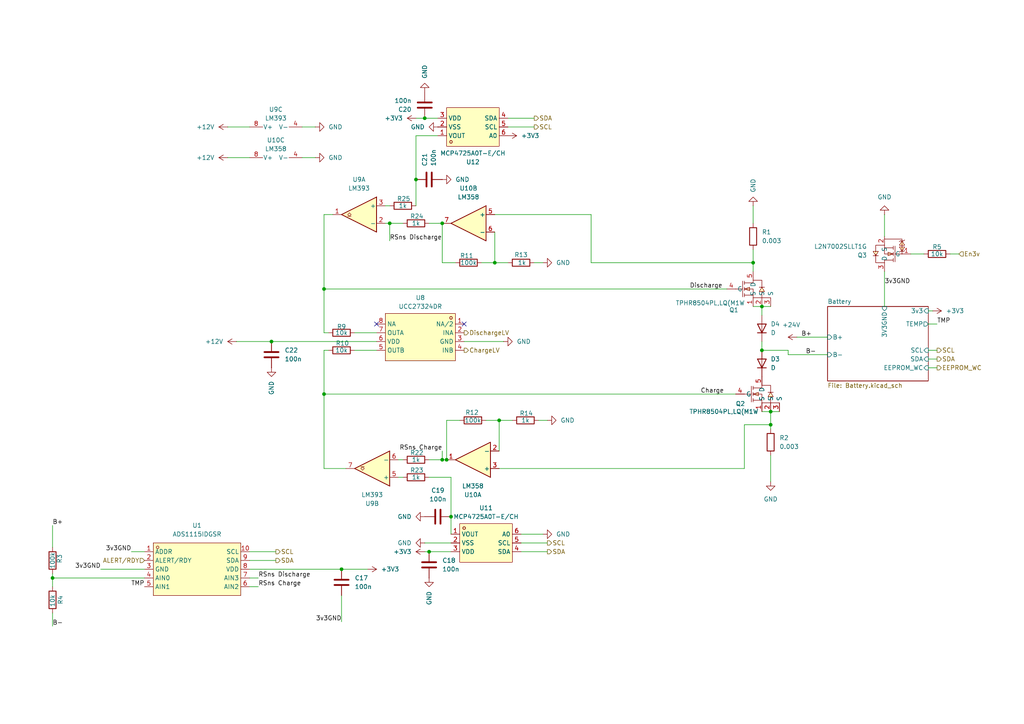
<source format=kicad_sch>
(kicad_sch (version 20250114) (generator "eeschema") (generator_version "9.0")
  (paper "A4")
  (lib_symbols
    (symbol "Amplifier_Operational:LM358" (pin_names (offset 0.127))
      (property "Reference" "U" (at 0 5.08 0))
      (property "Value" "LM358" (at 0 -5.08 0))
      (symbol "LM358_1_1"
        (polyline (pts (xy -5.08 5.08) (xy 5.08 0) (xy -5.08 -5.08) (xy -5.08 5.08)) (stroke (width 0.254)) (fill (type background)))
        (pin input line (at -7.62 2.54 0) (length 2.54) (name "+") (number "3"))
        (pin input line (at -7.62 -2.54 0) (length 2.54) (name "-") (number "2"))
        (pin output line (at 7.62 0 180) (length 2.54) (name "~") (number "1"))
      )
      (symbol "LM358_2_1"
        (polyline (pts (xy -5.08 5.08) (xy 5.08 0) (xy -5.08 -5.08) (xy -5.08 5.08)) (stroke (width 0.254)) (fill (type background)))
        (pin input line (at -7.62 2.54 0) (length 2.54) (name "+") (number "5"))
        (pin input line (at -7.62 -2.54 0) (length 2.54) (name "-") (number "6"))
        (pin output line (at 7.62 0 180) (length 2.54) (name "~") (number "7"))
      )
      (symbol "LM358_3_1"
        (pin power_in line (at -2.54 7.62 270) (length 3.81) (name "V+") (number "8"))
        (pin power_in line (at -2.54 -7.62 90) (length 3.81) (name "V-") (number "4"))
      )
    )
    (symbol "COMPONENTS:ADS1115IDGSR"
      (property "Reference" "U" (at 0 10.16 0))
      (property "Value" "ADS1115IDGSR" (at 0 -10.16 0))
      (symbol "ADS1115IDGSR_0_1"
        (rectangle (start -12.7 7.62) (end 12.7 -7.62) (fill (type background)))
        (circle (center -11.43 6.35) (radius 0.38))
        (pin unspecified line (at -15.24 5.08 0) (length 2.54) (name "ADDR") (number "1"))
        (pin unspecified line (at -15.24 2.54 0) (length 2.54) (name "ALERT/RDY") (number "2"))
        (pin unspecified line (at -15.24 0 0) (length 2.54) (name "GND") (number "3"))
        (pin unspecified line (at -15.24 -2.54 0) (length 2.54) (name "AIN0") (number "4"))
        (pin unspecified line (at -15.24 -5.08 0) (length 2.54) (name "AIN1") (number "5"))
        (pin unspecified line (at 15.24 5.08 180) (length 2.54) (name "SCL") (number "10"))
        (pin unspecified line (at 15.24 2.54 180) (length 2.54) (name "SDA") (number "9"))
        (pin unspecified line (at 15.24 0 180) (length 2.54) (name "VDD") (number "8"))
        (pin unspecified line (at 15.24 -2.54 180) (length 2.54) (name "AIN3") (number "7"))
        (pin unspecified line (at 15.24 -5.08 180) (length 2.54) (name "AIN2") (number "6"))
      )
    )
    (symbol "COMPONENTS:L2N7002SLLT1G"
      (property "Reference" "Q" (at 0 10.16 0))
      (property "Value" "L2N7002SLLT1G" (at 0 -10.16 0))
      (symbol "L2N7002SLLT1G_0_1"
        (polyline (pts (xy -5.84 -1.02) (xy -5.59 -0.76) (xy -4.57 -0.76) (xy -4.32 -0.51)))
        (polyline (pts (xy -5.08 0) (xy -3.05 0)))
        (polyline (pts (xy -5.08 0) (xy -5.08 -2.79) (xy -5.08 -3.81) (xy -5.08 -4.32) (xy 0 -4.32)))
        (polyline (pts (xy -5.08 -0.76) (xy -5.84 -2.03) (xy -4.32 -2.03) (xy -5.08 -0.76)) (fill (type background)))
        (polyline (pts (xy -5.08 -3.81) (xy -4.32 -2.54) (xy -5.84 -2.54) (xy -5.08 -3.81)) (fill (type background)))
        (polyline (pts (xy -4.32 -3.56) (xy -4.57 -3.81) (xy -5.59 -3.81) (xy -5.84 -4.06)))
        (polyline (pts (xy -3.05 2.29) (xy -3.05 -2.29)))
        (polyline (pts (xy -2.54 1.27) (xy -2.54 2.29)))
        (polyline (pts (xy -2.54 0) (xy 0 0) (xy 0 -2.54)))
        (polyline (pts (xy -2.54 0) (xy -1.02 -0.51) (xy -1.02 0.51) (xy -2.54 0)) (fill (type background)))
        (polyline (pts (xy -2.54 -0.51) (xy -2.54 0.51)))
        (polyline (pts (xy -2.54 -2.29) (xy -2.54 -1.27)))
        (polyline (pts (xy 0 1.78) (xy -2.54 1.78)))
        (polyline (pts (xy 0 1.78) (xy 0 2.54) (xy 2.54 2.54) (xy 2.54 0)))
        (polyline (pts (xy 0 -1.78) (xy -2.54 -1.78)))
        (polyline (pts (xy 0 -2.54) (xy 2.54 -2.54) (xy 2.54 -0.51)))
        (polyline (pts (xy 1.78 0.51) (xy 2.03 0.51) (xy 3.05 0.51) (xy 3.3 0.51)))
        (polyline (pts (xy 2.54 0.51) (xy 1.78 -0.76) (xy 3.3 -0.76) (xy 2.54 0.51)) (fill (type background)))
        (pin unspecified line (at -7.62 0 0) (length 2.54) (name "G") (number "1"))
        (pin unspecified line (at 0 5.08 270) (length 2.54) (name "D") (number "3"))
        (pin unspecified line (at 0 -5.08 90) (length 2.54) (name "S") (number "2"))
      )
    )
    (symbol "COMPONENTS:MCP4725A0T-E_CH"
      (property "Reference" "U" (at 0 7.62 0))
      (property "Value" "MCP4725A0T-E/CH" (at 0 -7.62 0))
      (symbol "MCP4725A0T-E_CH_0_1"
        (rectangle (start -7.62 5.59) (end 7.62 -5.59) (fill (type background)))
        (circle (center -6.35 4.32) (radius 0.38))
        (circle (center -6.35 4.32) (radius 0.38))
        (pin unspecified line (at -10.16 2.54 0) (length 2.54) (name "VOUT") (number "1"))
        (pin unspecified line (at -10.16 0 0) (length 2.54) (name "VSS") (number "2"))
        (pin unspecified line (at -10.16 -2.54 0) (length 2.54) (name "VDD") (number "3"))
        (pin unspecified line (at 10.16 2.54 180) (length 2.54) (name "A0") (number "6"))
        (pin unspecified line (at 10.16 0 180) (length 2.54) (name "SCL") (number "5"))
        (pin unspecified line (at 10.16 -2.54 180) (length 2.54) (name "SDA") (number "4"))
      )
    )
    (symbol "COMPONENTS:TPHR8504PL,LQ(M1W"
      (property "Reference" "Q" (at 0 10.16 0))
      (property "Value" "TPHR8504PL,LQ(M1W" (at 0 -10.16 0))
      (symbol "TPHR8504PL,LQ(M1W_0_1"
        (polyline (pts (xy -5.08 0) (xy -3.05 0)))
        (polyline (pts (xy -3.05 2.29) (xy -3.05 -2.29)))
        (polyline (pts (xy -2.54 2.29) (xy -2.54 1.27)))
        (polyline (pts (xy -2.54 1.78) (xy 0 1.78) (xy 0 2.54) (xy 2.54 2.54) (xy 2.54 2.54) (xy 2.54 0.51)))
        (polyline (pts (xy -2.54 0) (xy -1.02 -0.51) (xy -1.02 0.51) (xy -2.54 0)) (fill (type background)))
        (polyline (pts (xy -2.54 0) (xy 0 0) (xy 0 -2.54) (xy 5.08 -2.54) (xy 2.54 -2.54) (xy 2.54 -0.76)))
        (polyline (pts (xy -2.54 -0.51) (xy -2.54 0.51)))
        (polyline (pts (xy -2.54 -2.29) (xy -2.54 -1.27)))
        (polyline (pts (xy 0 -1.78) (xy -2.54 -1.78)))
        (polyline (pts (xy 2.54 0.51) (xy 1.78 -0.76) (xy 3.3 -0.76) (xy 2.54 0.51)) (fill (type background)))
        (polyline (pts (xy 3.3 0.51) (xy 3.05 0.51) (xy 2.03 0.51) (xy 1.78 0.51)))
        (pin unspecified line (at -7.62 0 0) (length 2.54) (name "G") (number "4"))
        (pin unspecified line (at 0 5.08 270) (length 2.54) (name "D") (number "5"))
        (pin unspecified line (at 0 -5.08 90) (length 2.54) (name "S") (number "1"))
        (pin unspecified line (at 2.54 -5.08 90) (length 2.54) (name "S") (number "2"))
        (pin unspecified line (at 5.08 -5.08 90) (length 2.54) (name "S") (number "3"))
      )
    )
    (symbol "COMPONENTS:UCC27324DR"
      (property "Reference" "U" (at 0 8.89 0))
      (property "Value" "UCC27324DR" (at 0 -8.89 0))
      (symbol "UCC27324DR_0_1"
        (rectangle (start -10.16 6.86) (end 10.16 -6.86) (fill (type background)))
        (circle (center -8.89 5.59) (radius 0.38))
        (circle (center -8.89 5.59) (radius 0.38))
        (pin unspecified line (at -12.7 3.81 0) (length 2.54) (name "NA/2") (number "1"))
        (pin unspecified line (at -12.7 1.27 0) (length 2.54) (name "INA") (number "2"))
        (pin unspecified line (at -12.7 -1.27 0) (length 2.54) (name "GND") (number "3"))
        (pin unspecified line (at -12.7 -3.81 0) (length 2.54) (name "INB") (number "4"))
        (pin unspecified line (at 12.7 3.81 180) (length 2.54) (name "NA") (number "8"))
        (pin unspecified line (at 12.7 1.27 180) (length 2.54) (name "OUTA") (number "7"))
        (pin unspecified line (at 12.7 -1.27 180) (length 2.54) (name "VDD") (number "6"))
        (pin unspecified line (at 12.7 -3.81 180) (length 2.54) (name "OUTB") (number "5"))
      )
    )
    (symbol "Comparator:LM393" (pin_names (offset 0.127))
      (property "Reference" "U" (at 3.81 3.81 0))
      (property "Value" "LM393" (at 6.35 -3.81 0))
      (symbol "LM393_1_1"
        (polyline (pts (xy -5.08 5.08) (xy 5.08 0) (xy -5.08 -5.08) (xy -5.08 5.08)) (stroke (width 0.254)) (fill (type background)))
        (polyline (pts (xy 3.302 -0.508) (xy 2.794 -0.508) (xy 3.302 0) (xy 2.794 0.508) (xy 2.286 0) (xy 2.794 -0.508) (xy 2.286 -0.508)) (stroke (width 0.127)))
        (pin input line (at -7.62 2.54 0) (length 2.54) (name "+") (number "3"))
        (pin input line (at -7.62 -2.54 0) (length 2.54) (name "-") (number "2"))
        (pin open_collector line (at 7.62 0 180) (length 2.54) (name "~") (number "1"))
      )
      (symbol "LM393_2_1"
        (polyline (pts (xy -5.08 5.08) (xy 5.08 0) (xy -5.08 -5.08) (xy -5.08 5.08)) (stroke (width 0.254)) (fill (type background)))
        (polyline (pts (xy 3.302 -0.508) (xy 2.794 -0.508) (xy 3.302 0) (xy 2.794 0.508) (xy 2.286 0) (xy 2.794 -0.508) (xy 2.286 -0.508)) (stroke (width 0.127)))
        (pin input line (at -7.62 2.54 0) (length 2.54) (name "+") (number "5"))
        (pin input line (at -7.62 -2.54 0) (length 2.54) (name "-") (number "6"))
        (pin open_collector line (at 7.62 0 180) (length 2.54) (name "~") (number "7"))
      )
      (symbol "LM393_3_1"
        (pin power_in line (at -2.54 7.62 270) (length 3.81) (name "V+") (number "8"))
        (pin power_in line (at -2.54 -7.62 90) (length 3.81) (name "V-") (number "4"))
      )
    )
    (symbol "Device:C" (pin_numbers (hide yes)) (pin_names (offset 0.254))
      (property "Reference" "C" (at 0.635 2.54 0))
      (property "Value" "C" (at 0.635 -2.54 0))
      (symbol "C_0_1"
        (polyline (pts (xy -2.032 0.762) (xy 2.032 0.762)) (stroke (width 0.508)))
        (polyline (pts (xy -2.032 -0.762) (xy 2.032 -0.762)) (stroke (width 0.508)))
      )
      (symbol "C_1_1"
        (pin passive line (at 0 3.81 270) (length 2.794) (name "~") (number "1"))
        (pin passive line (at 0 -3.81 90) (length 2.794) (name "~") (number "2"))
      )
    )
    (symbol "Device:D" (pin_numbers (hide yes)) (pin_names (offset 1.016) (hide yes))
      (property "Reference" "D" (at 0 2.54 0))
      (property "Value" "D" (at 0 -2.54 0))
      (symbol "D_0_1"
        (polyline (pts (xy -1.27 1.27) (xy -1.27 -1.27)) (stroke (width 0.254)))
        (polyline (pts (xy 1.27 1.27) (xy 1.27 -1.27) (xy -1.27 0) (xy 1.27 1.27)) (stroke (width 0.254)))
        (polyline (pts (xy 1.27 0) (xy -1.27 0)))
      )
      (symbol "D_1_1"
        (pin passive line (at -3.81 0 0) (length 2.54) (name "K") (number "1"))
        (pin passive line (at 3.81 0 180) (length 2.54) (name "A") (number "2"))
      )
    )
    (symbol "Device:R" (pin_numbers (hide yes)) (pin_names (offset 0))
      (property "Reference" "R" (at 2.032 0 90))
      (property "Value" "R" (at 0 0 90))
      (symbol "R_0_1"
        (rectangle (start -1.016 -2.54) (end 1.016 2.54) (stroke (width 0.254)))
      )
      (symbol "R_1_1"
        (pin passive line (at 0 3.81 270) (length 1.27) (name "~") (number "1"))
        (pin passive line (at 0 -3.81 90) (length 1.27) (name "~") (number "2"))
      )
    )
    (symbol "power:+12V" (power) (pin_numbers (hide yes)) (pin_names (offset 0) (hide yes))
      (property "Value" "+12V" (at 0 3.556 0))
      (symbol "+12V_0_1"
        (polyline (pts (xy -0.762 1.27) (xy 0 2.54)))
        (polyline (pts (xy 0 2.54) (xy 0.762 1.27)))
        (polyline (pts (xy 0 0) (xy 0 2.54)))
      )
      (symbol "+12V_1_1"
        (pin power_in line (at 0 0 90) (length 0) (name "~") (number "1"))
      )
    )
    (symbol "power:+24V" (power) (pin_numbers (hide yes)) (pin_names (offset 0) (hide yes))
      (property "Value" "+24V" (at 0 3.556 0))
      (symbol "+24V_0_1"
        (polyline (pts (xy -0.762 1.27) (xy 0 2.54)))
        (polyline (pts (xy 0 2.54) (xy 0.762 1.27)))
        (polyline (pts (xy 0 0) (xy 0 2.54)))
      )
      (symbol "+24V_1_1"
        (pin power_in line (at 0 0 90) (length 0) (name "~") (number "1"))
      )
    )
    (symbol "power:+3V3" (power) (pin_numbers (hide yes)) (pin_names (offset 0) (hide yes))
      (property "Value" "+3V3" (at 0 3.556 0))
      (symbol "+3V3_0_1"
        (polyline (pts (xy -0.762 1.27) (xy 0 2.54)))
        (polyline (pts (xy 0 2.54) (xy 0.762 1.27)))
        (polyline (pts (xy 0 0) (xy 0 2.54)))
      )
      (symbol "+3V3_1_1"
        (pin power_in line (at 0 0 90) (length 0) (name "~") (number "1"))
      )
    )
    (symbol "power:GND" (power) (pin_numbers (hide yes)) (pin_names (offset 0) (hide yes))
      (property "Value" "GND" (at 0 -3.81 0))
      (symbol "GND_0_1"
        (polyline (pts (xy 0 0) (xy 0 -1.27) (xy 1.27 -1.27) (xy 0 -2.54) (xy -1.27 -1.27) (xy 0 -1.27)))
      )
      (symbol "GND_1_1"
        (pin power_in line (at 0 0 270) (length 0) (name "~") (number "1"))
      )
    )
  )
  (junction (at 99.06 165.1))
  (junction (at 223.52 123.19))
  (junction (at 220.98 88.9))
  (junction (at 93.98 83.82))
  (junction (at 128.27 133.35))
  (junction (at 223.52 119.38))
  (junction (at 129.54 133.35))
  (junction (at 15.24 167.64))
  (junction (at 143.51 76.2))
  (junction (at 124.46 160.02))
  (junction (at 130.81 149.86))
  (junction (at 128.27 64.77))
  (junction (at 220.98 101.6))
  (junction (at 78.74 99.06))
  (junction (at 93.98 114.3))
  (junction (at 120.65 52.07))
  (junction (at 123.19 34.29))
  (junction (at 218.44 76.2))
  (junction (at 113.03 64.77))
  (junction (at 144.78 121.92))
  (no_connect (at 109.22 93.98))
  (no_connect (at 134.62 93.98))
  (wire (pts (xy 120.65 39.37) (xy 120.65 52.07)))
  (wire (pts (xy 140.97 121.92) (xy 144.78 121.92)))
  (wire (pts (xy 154.94 34.29) (xy 147.32 34.29)))
  (wire (pts (xy 223.52 139.7) (xy 223.52 132.08)))
  (wire (pts (xy 93.98 62.23) (xy 93.98 83.82)))
  (wire (pts (xy 123.19 34.29) (xy 127 34.29)))
  (wire (pts (xy 158.75 160.02) (xy 151.13 160.02)))
  (wire (pts (xy 78.74 99.06) (xy 109.22 99.06)))
  (wire (pts (xy 93.98 62.23) (xy 96.52 62.23)))
  (wire (pts (xy 139.7 76.2) (xy 143.51 76.2)))
  (wire (pts (xy 220.98 99.06) (xy 220.98 101.6)))
  (wire (pts (xy 270.51 90.17) (xy 269.24 90.17)))
  (wire (pts (xy 158.75 157.48) (xy 151.13 157.48)))
  (wire (pts (xy 115.57 133.35) (xy 116.84 133.35)))
  (wire (pts (xy 267.97 73.66) (xy 264.16 73.66)))
  (wire (pts (xy 93.98 83.82) (xy 210.82 83.82)))
  (wire (pts (xy 74.93 170.18) (xy 72.39 170.18)))
  (wire (pts (xy 128.27 64.77) (xy 128.27 76.2)))
  (wire (pts (xy 38.1 160.02) (xy 41.91 160.02)))
  (wire (pts (xy 74.93 167.64) (xy 72.39 167.64)))
  (wire (pts (xy 269.24 104.14) (xy 271.78 104.14)))
  (wire (pts (xy 171.45 76.2) (xy 171.45 62.23)))
  (wire (pts (xy 133.35 121.92) (xy 129.54 121.92)))
  (wire (pts (xy 15.24 167.64) (xy 41.91 167.64)))
  (wire (pts (xy 134.62 99.06) (xy 146.05 99.06)))
  (wire (pts (xy 218.44 59.69) (xy 218.44 64.77)))
  (wire (pts (xy 15.24 181.61) (xy 15.24 177.8)))
  (wire (pts (xy 102.87 96.52) (xy 109.22 96.52)))
  (wire (pts (xy 113.03 69.85) (xy 113.03 64.77)))
  (wire (pts (xy 223.52 123.19) (xy 223.52 124.46)))
  (wire (pts (xy 226.06 119.38) (xy 223.52 119.38)))
  (wire (pts (xy 215.9 135.89) (xy 215.9 123.19)))
  (wire (pts (xy 144.78 121.92) (xy 148.59 121.92)))
  (wire (pts (xy 91.44 45.72) (xy 87.63 45.72)))
  (wire (pts (xy 215.9 123.19) (xy 223.52 123.19)))
  (wire (pts (xy 116.84 64.77) (xy 113.03 64.77)))
  (wire (pts (xy 223.52 119.38) (xy 223.52 123.19)))
  (wire (pts (xy 93.98 135.89) (xy 100.33 135.89)))
  (wire (pts (xy 129.54 121.92) (xy 129.54 133.35)))
  (wire (pts (xy 95.25 96.52) (xy 93.98 96.52)))
  (wire (pts (xy 231.14 97.79) (xy 240.03 97.79)))
  (wire (pts (xy 15.24 170.18) (xy 15.24 167.64)))
  (wire (pts (xy 130.81 154.94) (xy 130.81 149.86)))
  (wire (pts (xy 130.81 160.02) (xy 124.46 160.02)))
  (wire (pts (xy 218.44 76.2) (xy 171.45 76.2)))
  (wire (pts (xy 124.46 160.02) (xy 123.19 160.02)))
  (wire (pts (xy 220.98 88.9) (xy 220.98 91.44)))
  (wire (pts (xy 143.51 76.2) (xy 147.32 76.2)))
  (wire (pts (xy 66.04 45.72) (xy 72.39 45.72)))
  (wire (pts (xy 256.54 78.74) (xy 256.54 88.9)))
  (wire (pts (xy 256.54 62.23) (xy 256.54 68.58)))
  (wire (pts (xy 144.78 121.92) (xy 144.78 130.81)))
  (wire (pts (xy 228.6 102.87) (xy 228.6 101.6)))
  (wire (pts (xy 93.98 83.82) (xy 93.98 96.52)))
  (wire (pts (xy 143.51 76.2) (xy 143.51 67.31)))
  (wire (pts (xy 157.48 76.2) (xy 154.94 76.2)))
  (wire (pts (xy 271.78 93.98) (xy 269.24 93.98)))
  (wire (pts (xy 15.24 167.64) (xy 15.24 166.37)))
  (wire (pts (xy 116.84 138.43) (xy 115.57 138.43)))
  (wire (pts (xy 113.03 59.69) (xy 111.76 59.69)))
  (wire (pts (xy 154.94 36.83) (xy 147.32 36.83)))
  (wire (pts (xy 130.81 138.43) (xy 124.46 138.43)))
  (wire (pts (xy 102.87 101.6) (xy 109.22 101.6)))
  (wire (pts (xy 228.6 102.87) (xy 240.03 102.87)))
  (wire (pts (xy 29.21 165.1) (xy 41.91 165.1)))
  (wire (pts (xy 93.98 114.3) (xy 93.98 135.89)))
  (wire (pts (xy 269.24 106.68) (xy 271.78 106.68)))
  (wire (pts (xy 228.6 101.6) (xy 220.98 101.6)))
  (wire (pts (xy 223.52 119.38) (xy 220.98 119.38)))
  (wire (pts (xy 130.81 149.86) (xy 130.81 138.43)))
  (wire (pts (xy 218.44 76.2) (xy 218.44 78.74)))
  (wire (pts (xy 220.98 88.9) (xy 223.52 88.9)))
  (wire (pts (xy 144.78 135.89) (xy 215.9 135.89)))
  (wire (pts (xy 158.75 121.92) (xy 156.21 121.92)))
  (wire (pts (xy 157.48 154.94) (xy 151.13 154.94)))
  (wire (pts (xy 111.76 64.77) (xy 113.03 64.77)))
  (wire (pts (xy 106.68 165.1) (xy 99.06 165.1)))
  (wire (pts (xy 275.59 73.66) (xy 278.13 73.66)))
  (wire (pts (xy 120.65 34.29) (xy 123.19 34.29)))
  (wire (pts (xy 132.08 76.2) (xy 128.27 76.2)))
  (wire (pts (xy 66.04 36.83) (xy 72.39 36.83)))
  (wire (pts (xy 128.27 64.77) (xy 124.46 64.77)))
  (wire (pts (xy 218.44 72.39) (xy 218.44 76.2)))
  (wire (pts (xy 91.44 36.83) (xy 87.63 36.83)))
  (wire (pts (xy 72.39 165.1) (xy 99.06 165.1)))
  (wire (pts (xy 120.65 52.07) (xy 120.65 59.69)))
  (wire (pts (xy 271.78 101.6) (xy 269.24 101.6)))
  (wire (pts (xy 128.27 130.81) (xy 128.27 133.35)))
  (wire (pts (xy 68.58 99.06) (xy 78.74 99.06)))
  (wire (pts (xy 218.44 88.9) (xy 220.98 88.9)))
  (wire (pts (xy 93.98 101.6) (xy 95.25 101.6)))
  (wire (pts (xy 128.27 133.35) (xy 129.54 133.35)))
  (wire (pts (xy 99.06 172.72) (xy 99.06 180.34)))
  (wire (pts (xy 93.98 101.6) (xy 93.98 114.3)))
  (wire (pts (xy 171.45 62.23) (xy 143.51 62.23)))
  (wire (pts (xy 15.24 152.4) (xy 15.24 158.75)))
  (wire (pts (xy 130.81 157.48) (xy 123.19 157.48)))
  (wire (pts (xy 80.01 162.56) (xy 72.39 162.56)))
  (wire (pts (xy 127 39.37) (xy 120.65 39.37)))
  (wire (pts (xy 80.01 160.02) (xy 72.39 160.02)))
  (wire (pts (xy 93.98 114.3) (xy 213.36 114.3)))
  (wire (pts (xy 124.46 133.35) (xy 128.27 133.35)))
  (label "B+" (at 232.41 97.79 0))
  (label "TMP" (at 41.91 170.18 180))
  (label "B-" (at 15.24 181.61 0))
  (label "B+" (at 15.24 152.4 0))
  (label "Charge" (at 203.2 114.3 0))
  (label "3v3GND" (at 38.1 160.02 180))
  (label "Discharge" (at 209.55 83.82 180))
  (label "3v3GND" (at 256.54 82.55 0))
  (label "3v3GND" (at 99.06 180.34 180))
  (label "RSns Discharge" (at 113.03 69.85 0))
  (label "RSns Charge" (at 128.27 130.81 180))
  (label "TMP" (at 271.78 93.98 0))
  (label "3v3GND" (at 29.21 165.1 180))
  (label "B-" (at 233.68 102.87 0))
  (label "RSns Charge" (at 74.93 170.18 0))
  (label "RSns Discharge" (at 74.93 167.64 0))
  (hierarchical_label "SDA" (shape output) (at 271.78 104.14 0))
  (hierarchical_label "SCL" (shape output) (at 271.78 101.6 0))
  (hierarchical_label "ChargeLV" (shape output) (at 134.62 101.6 0))
  (hierarchical_label "SDA" (shape output) (at 158.75 160.02 0))
  (hierarchical_label "SDA" (shape output) (at 80.01 162.56 0))
  (hierarchical_label "SCL" (shape output) (at 158.75 157.48 0))
  (hierarchical_label "SCL" (shape output) (at 154.94 36.83 0))
  (hierarchical_label "En3v" (shape input) (at 278.13 73.66 0))
  (hierarchical_label "SDA" (shape output) (at 154.94 34.29 0))
  (hierarchical_label "ALERT{slash}RDY" (shape input) (at 41.91 162.56 180))
  (hierarchical_label "SCL" (shape output) (at 80.01 160.02 0))
  (hierarchical_label "DischargeLV" (shape output) (at 134.62 96.52 0))
  (hierarchical_label "EEPROM_WC" (shape output) (at 271.78 106.68 0))
  (symbol (lib_id "Device:R") (at 218.44 68.58 0) (unit 1)
    (property "Reference" "R1" (at 220.98 67.3099 0) (effects (justify left)))
    (property "Value" "0.003" (at 220.98 69.8499 0) (effects (justify left)))
    (property "Footprint" "Resistor_SMD:R_1206_3216Metric_Pad1.30x1.75mm_HandSolder" (effects (hide yes)))
    (property "Description" "Resistor" (effects (hide yes)))
  )
  (symbol (lib_id "COMPONENTS:MCP4725A0T-E_CH") (at 137.16 36.83 0) (mirror x) (unit 1)
    (property "Reference" "U12" (at 137.16 46.99 0))
    (property "Value" "MCP4725A0T-E/CH" (at 137.16 44.45 0))
    (property "Footprint" "COMPONENTS:SOT-23-6_L2.9-W1.6-P0.95-LS2.8-BL" (effects (hide yes)))
    (property "Datasheet" "https://lcsc.com/product-detail/Digital-To-Analog-Converters-DACs_MICROCHIP_MCP4725A0T-E-CH_MCP4725A0T-E-CH_C144198.html" (effects (hide yes)))
    (property "LCSC Part" "C144198" (effects (hide yes)))
  )
  (symbol (lib_id "Device:C") (at 78.74 102.87 0) (unit 1)
    (property "Reference" "C22" (at 82.55 101.5999 0) (effects (justify left)))
    (property "Value" "100n" (at 82.55 104.1399 0) (effects (justify left)))
    (property "Footprint" "Resistor_SMD:R_1206_3216Metric_Pad1.30x1.75mm_HandSolder" (effects (hide yes)))
    (property "Description" "Unpolarized capacitor" (effects (hide yes)))
  )
  (symbol (lib_id "power:+12V") (at 66.04 36.83 90) (unit 1)
    (property "Reference" "#PWR010" (effects (hide yes)))
    (property "Value" "+12V" (at 62.23 36.8299 90) (effects (justify left)))
    (property "Description" "Power symbol creates a global label with name \"+12V\"" (effects (hide yes)))
  )
  (symbol (lib_id "Device:D") (at 220.98 95.25 90) (unit 1)
    (property "Reference" "D4" (at 223.52 93.9799 90) (effects (justify right)))
    (property "Value" "D" (at 223.52 96.5199 90) (effects (justify right)))
    (property "Footprint" "Diode_SMD:D_1206_3216Metric_Pad1.42x1.75mm_HandSolder" (effects (hide yes)))
    (property "Description" "Diode" (effects (hide yes)))
    (property "Sim.Device" "D" (effects (hide yes)))
    (property "Sim.Pins" "1=K 2=A" (effects (hide yes)))
  )
  (symbol (lib_id "COMPONENTS:UCC27324DR") (at 121.92 97.79 0) (mirror y) (unit 1)
    (property "Reference" "U8" (at 121.92 86.36 0))
    (property "Value" "UCC27324DR" (at 121.92 88.9 0))
    (property "Footprint" "COMPONENTS:SOIC-8_L5.0-W4.0-P1.27-LS6.0-BL" (effects (hide yes)))
    (property "Datasheet" "https://lcsc.com/product-detail/MOS-Drivers_TI_UCC27324DR_UCC27324DR_C46427.html" (effects (hide yes)))
    (property "LCSC Part" "C46427" (effects (hide yes)))
  )
  (symbol (lib_id "Device:C") (at 124.46 52.07 90) (unit 1)
    (property "Reference" "C21" (at 123.1899 48.26 0) (effects (justify left)))
    (property "Value" "100n" (at 125.7299 48.26 0) (effects (justify left)))
    (property "Footprint" "Resistor_SMD:R_1206_3216Metric_Pad1.30x1.75mm_HandSolder" (effects (hide yes)))
    (property "Description" "Unpolarized capacitor" (effects (hide yes)))
  )
  (symbol (lib_id "Device:R") (at 151.13 76.2 90) (mirror x) (unit 1)
    (property "Reference" "R13" (at 151.13 73.914 90))
    (property "Value" "1k" (at 151.384 76.2 90))
    (property "Footprint" "Resistor_SMD:R_1206_3216Metric_Pad1.30x1.75mm_HandSolder" (effects (hide yes)))
    (property "Description" "Resistor" (effects (hide yes)))
  )
  (symbol (lib_id "Device:C") (at 124.46 163.83 0) (unit 1)
    (property "Reference" "C18" (at 128.27 162.5599 0) (effects (justify left)))
    (property "Value" "100n" (at 128.27 165.0999 0) (effects (justify left)))
    (property "Footprint" "Resistor_SMD:R_1206_3216Metric_Pad1.30x1.75mm_HandSolder" (effects (hide yes)))
    (property "Description" "Unpolarized capacitor" (effects (hide yes)))
  )
  (symbol (lib_id "Amplifier_Operational:LM358") (at 137.16 133.35 180) (unit 1)
    (property "Reference" "U10" (at 137.16 143.51 0))
    (property "Value" "LM358" (at 137.16 140.97 0))
    (property "Footprint" "COMPONENTS:SOP-8_L4.9-W3.9-P1.27-LS6.0-BL" (effects (hide yes)))
    (property "Datasheet" "http://www.ti.com/lit/ds/symlink/lm2904-n.pdf" (effects (hide yes)))
    (property "Description" "Low-Power, Dual Operational Amplifiers, DIP-8/SOIC-8/TO-99-8" (effects (hide yes)))
  )
  (symbol (lib_id "power:GND") (at 218.44 59.69 180) (unit 1)
    (property "Reference" "#PWR01" (effects (hide yes)))
    (property "Value" "GND" (at 218.4401 55.88 90) (effects (justify right)))
    (property "Description" "Power symbol creates a global label with name \"GND\" , ground" (effects (hide yes)))
  )
  (symbol (lib_id "power:GND") (at 124.46 167.64 0) (unit 1)
    (property "Reference" "#PWR056" (effects (hide yes)))
    (property "Value" "GND" (at 124.4601 171.45 90) (effects (justify right)))
    (property "Description" "Power symbol creates a global label with name \"GND\" , ground" (effects (hide yes)))
  )
  (symbol (lib_id "power:+3V3") (at 106.68 165.1 270) (unit 1)
    (property "Reference" "#PWR06" (effects (hide yes)))
    (property "Value" "+3V3" (at 110.49 165.0999 90) (effects (justify left)))
    (property "Description" "Power symbol creates a global label with name \"+3V3\"" (effects (hide yes)))
  )
  (symbol (lib_id "COMPONENTS:ADS1115IDGSR") (at 57.15 165.1 0) (unit 1)
    (property "Reference" "U1" (at 57.15 152.4 0))
    (property "Value" "ADS1115IDGSR" (at 57.15 154.94 0))
    (property "Footprint" "COMPONENTS:MSOP-10_L3.0-W3.0-P0.50-LS5.0-BL" (effects (hide yes)))
    (property "Datasheet" "https://lcsc.com/product-detail/Analog-To-Digital-Converters-ADCs_TI_ADS1115IDGSR_ADS1115IDGSR_C37593.html" (effects (hide yes)))
    (property "LCSC Part" "C37593" (effects (hide yes)))
  )
  (symbol (lib_id "power:GND") (at 146.05 99.06 90) (unit 1)
    (property "Reference" "#PWR07" (effects (hide yes)))
    (property "Value" "GND" (at 149.86 99.0599 90) (effects (justify right)))
    (property "Description" "Power symbol creates a global label with name \"GND\" , ground" (effects (hide yes)))
  )
  (symbol (lib_id "power:GND") (at 91.44 36.83 90) (unit 1)
    (property "Reference" "#PWR011" (effects (hide yes)))
    (property "Value" "GND" (at 95.25 36.8299 90) (effects (justify right)))
    (property "Description" "Power symbol creates a global label with name \"GND\" , ground" (effects (hide yes)))
  )
  (symbol (lib_id "COMPONENTS:L2N7002SLLT1G") (at 256.54 73.66 180) (unit 1)
    (property "Reference" "Q3" (at 251.46 74.0401 0) (effects (justify left)))
    (property "Value" "L2N7002SLLT1G" (at 251.46 71.5001 0) (effects (justify left)))
    (property "Footprint" "COMPONENTS:SOT-23-3_L3.0-W1.7-P0.95-LS2.9-BR" (effects (hide yes)))
    (property "LCSC Part" "C22446827" (effects (hide yes)))
  )
  (symbol (lib_id "power:+3V3") (at 120.65 34.29 90) (unit 1)
    (property "Reference" "#PWR016" (effects (hide yes)))
    (property "Value" "+3V3" (at 116.84 34.2901 90) (effects (justify left)))
    (property "Description" "Power symbol creates a global label with name \"+3V3\"" (effects (hide yes)))
  )
  (symbol (lib_id "power:GND") (at 91.44 45.72 90) (unit 1)
    (property "Reference" "#PWR012" (effects (hide yes)))
    (property "Value" "GND" (at 95.25 45.7199 90) (effects (justify right)))
    (property "Description" "Power symbol creates a global label with name \"GND\" , ground" (effects (hide yes)))
  )
  (symbol (lib_id "power:+12V") (at 66.04 45.72 90) (unit 1)
    (property "Reference" "#PWR09" (effects (hide yes)))
    (property "Value" "+12V" (at 62.23 45.7199 90) (effects (justify left)))
    (property "Description" "Power symbol creates a global label with name \"+12V\"" (effects (hide yes)))
  )
  (symbol (lib_id "Device:R") (at 120.65 133.35 90) (unit 1)
    (property "Reference" "R22" (at 120.904 131.318 90))
    (property "Value" "1k" (at 120.65 133.35 90))
    (property "Footprint" "Resistor_SMD:R_1206_3216Metric_Pad1.30x1.75mm_HandSolder" (effects (hide yes)))
    (property "Description" "Resistor" (effects (hide yes)))
  )
  (symbol (lib_id "power:GND") (at 123.19 149.86 270) (mirror x) (unit 1)
    (property "Reference" "#PWR055" (effects (hide yes)))
    (property "Value" "GND" (at 119.38 149.8599 90) (effects (justify right)))
    (property "Description" "Power symbol creates a global label with name \"GND\" , ground" (effects (hide yes)))
  )
  (symbol (lib_id "Device:C") (at 123.19 30.48 180) (unit 1)
    (property "Reference" "C20" (at 119.38 31.7501 0) (effects (justify left)))
    (property "Value" "100n" (at 119.38 29.2101 0) (effects (justify left)))
    (property "Footprint" "Resistor_SMD:R_1206_3216Metric_Pad1.30x1.75mm_HandSolder" (effects (hide yes)))
    (property "Description" "Unpolarized capacitor" (effects (hide yes)))
  )
  (symbol (lib_id "Device:R") (at 120.65 138.43 90) (unit 1)
    (property "Reference" "R23" (at 120.904 136.398 90))
    (property "Value" "1k" (at 120.65 138.43 90))
    (property "Footprint" "Resistor_SMD:R_1206_3216Metric_Pad1.30x1.75mm_HandSolder" (effects (hide yes)))
    (property "Description" "Resistor" (effects (hide yes)))
  )
  (symbol (lib_id "power:GND") (at 128.27 52.07 90) (unit 1)
    (property "Reference" "#PWR058" (effects (hide yes)))
    (property "Value" "GND" (at 132.08 52.0699 90) (effects (justify right)))
    (property "Description" "Power symbol creates a global label with name \"GND\" , ground" (effects (hide yes)))
  )
  (symbol (lib_id "Device:C") (at 127 149.86 90) (unit 1)
    (property "Reference" "C19" (at 127 142.24 90))
    (property "Value" "100n" (at 127 144.78 90))
    (property "Footprint" "Resistor_SMD:R_1206_3216Metric_Pad1.30x1.75mm_HandSolder" (effects (hide yes)))
    (property "Description" "Unpolarized capacitor" (effects (hide yes)))
  )
  (symbol (lib_id "power:+12V") (at 68.58 99.06 90) (unit 1)
    (property "Reference" "#PWR08" (effects (hide yes)))
    (property "Value" "+12V" (at 64.77 99.0599 90) (effects (justify left)))
    (property "Description" "Power symbol creates a global label with name \"+12V\"" (effects (hide yes)))
  )
  (symbol (lib_id "Comparator:LM393") (at 104.14 62.23 0) (mirror y) (unit 1)
    (property "Reference" "U9" (at 104.14 52.07 0))
    (property "Value" "LM393" (at 104.14 54.61 0))
    (property "Footprint" "COMPONENTS:SOP-8_L4.9-W3.9-P1.27-LS6.0-BL" (effects (hide yes)))
    (property "Datasheet" "http://www.ti.com/lit/ds/symlink/lm393.pdf" (effects (hide yes)))
    (property "Description" "Low-Power, Low-Offset Voltage, Dual Comparators, DIP-8/SOIC-8/TO-99-8" (effects (hide yes)))
  )
  (symbol (lib_id "Device:R") (at 152.4 121.92 90) (unit 1)
    (property "Reference" "R14" (at 152.654 119.888 90))
    (property "Value" "1k" (at 152.4 121.92 90))
    (property "Footprint" "Resistor_SMD:R_1206_3216Metric_Pad1.30x1.75mm_HandSolder" (effects (hide yes)))
    (property "Description" "Resistor" (effects (hide yes)))
  )
  (symbol (lib_id "Device:R") (at 135.89 76.2 90) (mirror x) (unit 1)
    (property "Reference" "R11" (at 135.382 74.168 90))
    (property "Value" "100k" (at 135.89 76.2 90))
    (property "Footprint" "Resistor_SMD:R_1206_3216Metric_Pad1.30x1.75mm_HandSolder" (effects (hide yes)))
    (property "Description" "Resistor" (effects (hide yes)))
  )
  (symbol (lib_id "power:+3V3") (at 270.51 90.17 270) (unit 1)
    (property "Reference" "#PWR04" (effects (hide yes)))
    (property "Value" "+3V3" (at 274.32 90.1699 90) (effects (justify left)))
    (property "Description" "Power symbol creates a global label with name \"+3V3\"" (effects (hide yes)))
  )
  (symbol (lib_id "Amplifier_Operational:LM358") (at 80.01 43.18 90) (unit 3)
    (property "Reference" "U10" (at 80.01 40.64 90))
    (property "Value" "LM358" (at 80.01 43.18 90))
    (property "Footprint" "COMPONENTS:SOP-8_L4.9-W3.9-P1.27-LS6.0-BL" (effects (hide yes)))
    (property "Datasheet" "http://www.ti.com/lit/ds/symlink/lm2904-n.pdf" (effects (hide yes)))
    (property "Description" "Low-Power, Dual Operational Amplifiers, DIP-8/SOIC-8/TO-99-8" (effects (hide yes)))
  )
  (symbol (lib_id "Device:D") (at 220.98 105.41 90) (unit 1)
    (property "Reference" "D3" (at 223.52 104.1399 90) (effects (justify right)))
    (property "Value" "D" (at 223.52 106.6799 90) (effects (justify right)))
    (property "Footprint" "Diode_SMD:D_1206_3216Metric_Pad1.42x1.75mm_HandSolder" (effects (hide yes)))
    (property "Description" "Diode" (effects (hide yes)))
    (property "Sim.Device" "D" (effects (hide yes)))
    (property "Sim.Pins" "1=K 2=A" (effects (hide yes)))
  )
  (symbol (lib_id "Device:R") (at 99.06 96.52 270) (mirror x) (unit 1)
    (property "Reference" "R9" (at 99.06 94.742 90))
    (property "Value" "10k" (at 99.06 96.52 90))
    (property "Footprint" "Resistor_SMD:R_1206_3216Metric_Pad1.30x1.75mm_HandSolder" (effects (hide yes)))
    (property "Description" "Resistor" (effects (hide yes)))
  )
  (symbol (lib_id "power:GND") (at 123.19 26.67 180) (unit 1)
    (property "Reference" "#PWR057" (effects (hide yes)))
    (property "Value" "GND" (at 123.1899 22.86 90) (effects (justify right)))
    (property "Description" "Power symbol creates a global label with name \"GND\" , ground" (effects (hide yes)))
  )
  (symbol (lib_id "Device:R") (at 271.78 73.66 90) (unit 1)
    (property "Reference" "R5" (at 271.78 71.628 90))
    (property "Value" "10k" (at 271.78 73.66 90))
    (property "Footprint" "Resistor_SMD:R_1206_3216Metric_Pad1.30x1.75mm_HandSolder" (effects (hide yes)))
    (property "Description" "Resistor" (effects (hide yes)))
  )
  (symbol (lib_id "power:GND") (at 78.74 106.68 0) (unit 1)
    (property "Reference" "#PWR059" (effects (hide yes)))
    (property "Value" "GND" (at 78.7401 110.49 90) (effects (justify right)))
    (property "Description" "Power symbol creates a global label with name \"GND\" , ground" (effects (hide yes)))
  )
  (symbol (lib_id "Device:C") (at 99.06 168.91 0) (unit 1)
    (property "Reference" "C17" (at 102.87 167.6399 0) (effects (justify left)))
    (property "Value" "100n" (at 102.87 170.1799 0) (effects (justify left)))
    (property "Footprint" "Resistor_SMD:R_1206_3216Metric_Pad1.30x1.75mm_HandSolder" (effects (hide yes)))
    (property "Description" "Unpolarized capacitor" (effects (hide yes)))
  )
  (symbol (lib_id "power:GND") (at 158.75 121.92 90) (unit 1)
    (property "Reference" "#PWR020" (effects (hide yes)))
    (property "Value" "GND" (at 162.56 121.9199 90) (effects (justify right)))
    (property "Description" "Power symbol creates a global label with name \"GND\" , ground" (effects (hide yes)))
  )
  (symbol (lib_id "COMPONENTS:TPHR8504PL,LQ(M1W") (at 220.98 114.3 0) (unit 1)
    (property "Reference" "Q2" (at 213.36 117.094 0) (effects (justify left)))
    (property "Value" "TPHR8504PL,LQ(M1W" (at 199.898 119.38 0) (effects (justify left)))
    (property "Footprint" "COMPONENTS:DFN-5_L4.9-W5.9-P1.27-LS6.2-BL" (effects (hide yes)))
    (property "LCSC Part" "C22388172" (effects (hide yes)))
  )
  (symbol (lib_id "Device:R") (at 116.84 59.69 90) (unit 1)
    (property "Reference" "R25" (at 117.094 57.658 90))
    (property "Value" "1k" (at 116.84 59.69 90))
    (property "Footprint" "Resistor_SMD:R_1206_3216Metric_Pad1.30x1.75mm_HandSolder" (effects (hide yes)))
    (property "Description" "Resistor" (effects (hide yes)))
  )
  (symbol (lib_id "power:GND") (at 223.52 139.7 0) (unit 1)
    (property "Reference" "#PWR02" (effects (hide yes)))
    (property "Value" "GND" (at 223.52 144.78 0))
    (property "Description" "Power symbol creates a global label with name \"GND\" , ground" (effects (hide yes)))
  )
  (symbol (lib_id "power:GND") (at 256.54 62.23 180) (unit 1)
    (property "Reference" "#PWR05" (effects (hide yes)))
    (property "Value" "GND" (at 256.54 57.15 0))
    (property "Description" "Power symbol creates a global label with name \"GND\" , ground" (effects (hide yes)))
  )
  (symbol (lib_id "Device:R") (at 99.06 101.6 270) (mirror x) (unit 1)
    (property "Reference" "R10" (at 99.314 99.568 90))
    (property "Value" "10k" (at 99.06 101.6 90))
    (property "Footprint" "Resistor_SMD:R_1206_3216Metric_Pad1.30x1.75mm_HandSolder" (effects (hide yes)))
    (property "Description" "Resistor" (effects (hide yes)))
  )
  (symbol (lib_id "Comparator:LM393") (at 107.95 135.89 180) (unit 2)
    (property "Reference" "U9" (at 107.95 146.05 0))
    (property "Value" "LM393" (at 107.95 143.51 0))
    (property "Footprint" "COMPONENTS:SOP-8_L4.9-W3.9-P1.27-LS6.0-BL" (effects (hide yes)))
    (property "Datasheet" "http://www.ti.com/lit/ds/symlink/lm393.pdf" (effects (hide yes)))
    (property "Description" "Low-Power, Low-Offset Voltage, Dual Comparators, DIP-8/SOIC-8/TO-99-8" (effects (hide yes)))
  )
  (symbol (lib_id "Device:R") (at 223.52 128.27 0) (unit 1)
    (property "Reference" "R2" (at 226.06 126.9999 0) (effects (justify left)))
    (property "Value" "0.003" (at 226.06 129.5399 0) (effects (justify left)))
    (property "Footprint" "Resistor_SMD:R_1206_3216Metric_Pad1.30x1.75mm_HandSolder" (effects (hide yes)))
    (property "Description" "Resistor" (effects (hide yes)))
  )
  (symbol (lib_id "COMPONENTS:TPHR8504PL,LQ(M1W") (at 218.44 83.82 0) (unit 1)
    (property "Reference" "Q1" (at 212.852 89.916 0))
    (property "Value" "TPHR8504PL,LQ(M1W" (at 205.994 87.884 0))
    (property "Footprint" "COMPONENTS:DFN-5_L4.9-W5.9-P1.27-LS6.2-BL" (effects (hide yes)))
    (property "LCSC Part" "C22388172" (effects (hide yes)))
  )
  (symbol (lib_id "COMPONENTS:MCP4725A0T-E_CH") (at 140.97 157.48 0) (unit 1)
    (property "Reference" "U11" (at 140.97 147.32 0))
    (property "Value" "MCP4725A0T-E/CH" (at 140.97 149.86 0))
    (property "Footprint" "COMPONENTS:SOT-23-6_L2.9-W1.6-P0.95-LS2.8-BL" (effects (hide yes)))
    (property "Datasheet" "https://lcsc.com/product-detail/Digital-To-Analog-Converters-DACs_MICROCHIP_MCP4725A0T-E-CH_MCP4725A0T-E-CH_C144198.html" (effects (hide yes)))
    (property "LCSC Part" "C144198" (effects (hide yes)))
  )
  (symbol (lib_id "Amplifier_Operational:LM358") (at 135.89 64.77 0) (mirror y) (unit 2)
    (property "Reference" "U10" (at 135.89 54.61 0))
    (property "Value" "LM358" (at 135.89 57.15 0))
    (property "Footprint" "COMPONENTS:SOP-8_L4.9-W3.9-P1.27-LS6.0-BL" (effects (hide yes)))
    (property "Datasheet" "http://www.ti.com/lit/ds/symlink/lm2904-n.pdf" (effects (hide yes)))
    (property "Description" "Low-Power, Dual Operational Amplifiers, DIP-8/SOIC-8/TO-99-8" (effects (hide yes)))
  )
  (symbol (lib_id "power:GND") (at 157.48 154.94 90) (unit 1)
    (property "Reference" "#PWR018" (effects (hide yes)))
    (property "Value" "GND" (at 161.29 154.9399 90) (effects (justify right)))
    (property "Description" "Power symbol creates a global label with name \"GND\" , ground" (effects (hide yes)))
  )
  (symbol (lib_id "Device:R") (at 15.24 162.56 0) (mirror y) (unit 1)
    (property "Reference" "R3" (at 17.272 162.052 90))
    (property "Value" "100k" (at 15.24 162.56 90))
    (property "Footprint" "Resistor_SMD:R_1206_3216Metric_Pad1.30x1.75mm_HandSolder" (effects (hide yes)))
    (property "Description" "Resistor" (effects (hide yes)))
  )
  (symbol (lib_id "power:+3V3") (at 123.19 160.02 90) (mirror x) (unit 1)
    (property "Reference" "#PWR015" (effects (hide yes)))
    (property "Value" "+3V3" (at 119.38 160.0199 90) (effects (justify left)))
    (property "Description" "Power symbol creates a global label with name \"+3V3\"" (effects (hide yes)))
  )
  (symbol (lib_id "power:+3V3") (at 147.32 39.37 270) (mirror x) (unit 1)
    (property "Reference" "#PWR021" (effects (hide yes)))
    (property "Value" "+3V3" (at 151.13 39.3701 90) (effects (justify left)))
    (property "Description" "Power symbol creates a global label with name \"+3V3\"" (effects (hide yes)))
  )
  (symbol (lib_id "power:+24V") (at 231.14 97.79 90) (mirror x) (unit 1)
    (property "Reference" "#PWR03" (effects (hide yes)))
    (property "Value" "+24V" (at 232.156 94.234 90) (effects (justify left)))
    (property "Description" "Power symbol creates a global label with name \"+24V\"" (effects (hide yes)))
  )
  (symbol (lib_id "power:GND") (at 127 36.83 270) (unit 1)
    (property "Reference" "#PWR017" (effects (hide yes)))
    (property "Value" "GND" (at 123.19 36.8301 90) (effects (justify right)))
    (property "Description" "Power symbol creates a global label with name \"GND\" , ground" (effects (hide yes)))
  )
  (symbol (lib_id "Device:R") (at 137.16 121.92 90) (unit 1)
    (property "Reference" "R12" (at 136.906 119.634 90))
    (property "Value" "100k" (at 137.16 121.92 90))
    (property "Footprint" "Resistor_SMD:R_1206_3216Metric_Pad1.30x1.75mm_HandSolder" (effects (hide yes)))
    (property "Description" "Resistor" (effects (hide yes)))
  )
  (symbol (lib_id "Device:R") (at 120.65 64.77 90) (unit 1)
    (property "Reference" "R24" (at 120.904 62.738 90))
    (property "Value" "1k" (at 120.65 64.77 90))
    (property "Footprint" "Resistor_SMD:R_1206_3216Metric_Pad1.30x1.75mm_HandSolder" (effects (hide yes)))
    (property "Description" "Resistor" (effects (hide yes)))
  )
  (symbol (lib_id "power:GND") (at 123.19 157.48 270) (mirror x) (unit 1)
    (property "Reference" "#PWR013" (effects (hide yes)))
    (property "Value" "GND" (at 119.38 157.4799 90) (effects (justify right)))
    (property "Description" "Power symbol creates a global label with name \"GND\" , ground" (effects (hide yes)))
  )
  (symbol (lib_id "power:GND") (at 157.48 76.2 90) (unit 1)
    (property "Reference" "#PWR019" (effects (hide yes)))
    (property "Value" "GND" (at 161.29 76.1999 90) (effects (justify right)))
    (property "Description" "Power symbol creates a global label with name \"GND\" , ground" (effects (hide yes)))
  )
  (symbol (lib_id "Device:R") (at 15.24 173.99 0) (mirror y) (unit 1)
    (property "Reference" "R4" (at 17.526 173.99 90))
    (property "Value" "10k" (at 15.24 174.244 90))
    (property "Footprint" "Resistor_SMD:R_1206_3216Metric_Pad1.30x1.75mm_HandSolder" (effects (hide yes)))
    (property "Description" "Resistor" (effects (hide yes)))
  )
  (symbol (lib_id "Comparator:LM393") (at 80.01 34.29 90) (unit 3)
    (property "Reference" "U9" (at 80.01 31.75 90))
    (property "Value" "LM393" (at 80.01 34.29 90))
    (property "Footprint" "COMPONENTS:SOP-8_L4.9-W3.9-P1.27-LS6.0-BL" (effects (hide yes)))
    (property "Datasheet" "http://www.ti.com/lit/ds/symlink/lm393.pdf" (effects (hide yes)))
    (property "Description" "Low-Power, Low-Offset Voltage, Dual Comparators, DIP-8/SOIC-8/TO-99-8" (effects (hide yes)))
  )
  (sheet (at 240.03 88.9) (size 29.21 21.59) (stroke (width 0.1524))
    (property "Sheetname" "Battery" (at 240.03 88.1884 0) (effects (justify left bottom)))
    (property "Sheetfile" "Battery.kicad_sch" (at 240.03 111.0746 0) (effects (justify left top)))
    (pin "B+" input (at 240.03 97.79 180))
    (pin "3v3" input (at 269.24 90.17 0))
    (pin "EEPROM_WC" input (at 269.24 106.68 0))
    (pin "SDA" input (at 269.24 104.14 0))
    (pin "B-" input (at 240.03 102.87 180))
    (pin "TEMP" output (at 269.24 93.98 0))
    (pin "SCL" input (at 269.24 101.6 0))
    (pin "3V3GND" input (at 256.54 88.9 90))
  )
)
</source>
